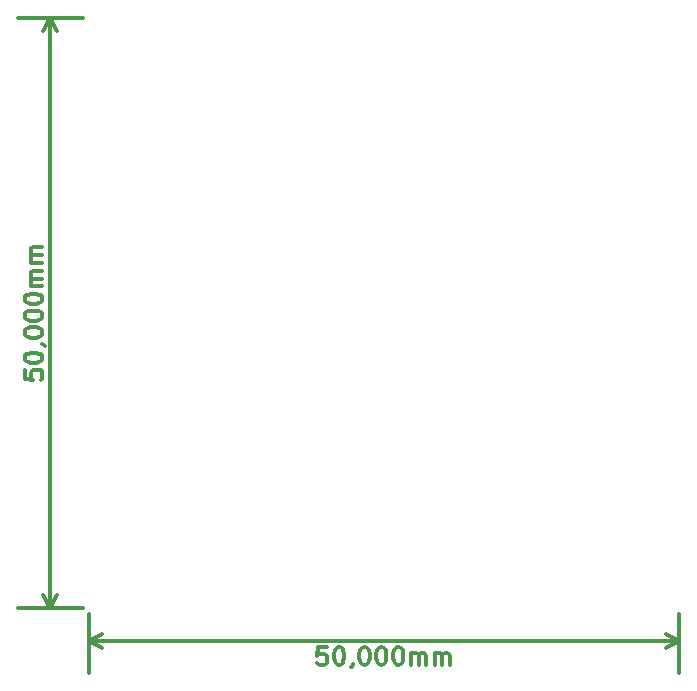
<source format=gbr>
%FSLAX34Y34*%
G04 Gerber Fmt 3.4, Leading zero omitted, Abs format*
G04 (created by PCBNEW (2013-12-18 BZR 4557)-product) date lun 14 abr 2014 17:53:11 CLST*
%MOIN*%
G01*
G70*
G90*
G04 APERTURE LIST*
%ADD10C,0.005906*%
%ADD11C,0.011811*%
G04 APERTURE END LIST*
G54D10*
G54D11*
X45109Y-39313D02*
X45109Y-39595D01*
X45390Y-39623D01*
X45362Y-39595D01*
X45334Y-39538D01*
X45334Y-39398D01*
X45362Y-39341D01*
X45390Y-39313D01*
X45447Y-39285D01*
X45587Y-39285D01*
X45643Y-39313D01*
X45672Y-39341D01*
X45700Y-39398D01*
X45700Y-39538D01*
X45672Y-39595D01*
X45643Y-39623D01*
X45109Y-38920D02*
X45109Y-38863D01*
X45137Y-38807D01*
X45165Y-38779D01*
X45222Y-38751D01*
X45334Y-38723D01*
X45475Y-38723D01*
X45587Y-38751D01*
X45643Y-38779D01*
X45672Y-38807D01*
X45700Y-38863D01*
X45700Y-38920D01*
X45672Y-38976D01*
X45643Y-39004D01*
X45587Y-39032D01*
X45475Y-39060D01*
X45334Y-39060D01*
X45222Y-39032D01*
X45165Y-39004D01*
X45137Y-38976D01*
X45109Y-38920D01*
X45672Y-38442D02*
X45700Y-38442D01*
X45756Y-38470D01*
X45784Y-38498D01*
X45109Y-38076D02*
X45109Y-38020D01*
X45137Y-37964D01*
X45165Y-37935D01*
X45222Y-37907D01*
X45334Y-37879D01*
X45475Y-37879D01*
X45587Y-37907D01*
X45643Y-37935D01*
X45672Y-37964D01*
X45700Y-38020D01*
X45700Y-38076D01*
X45672Y-38132D01*
X45643Y-38160D01*
X45587Y-38188D01*
X45475Y-38217D01*
X45334Y-38217D01*
X45222Y-38188D01*
X45165Y-38160D01*
X45137Y-38132D01*
X45109Y-38076D01*
X45109Y-37514D02*
X45109Y-37457D01*
X45137Y-37401D01*
X45165Y-37373D01*
X45222Y-37345D01*
X45334Y-37317D01*
X45475Y-37317D01*
X45587Y-37345D01*
X45643Y-37373D01*
X45672Y-37401D01*
X45700Y-37457D01*
X45700Y-37514D01*
X45672Y-37570D01*
X45643Y-37598D01*
X45587Y-37626D01*
X45475Y-37654D01*
X45334Y-37654D01*
X45222Y-37626D01*
X45165Y-37598D01*
X45137Y-37570D01*
X45109Y-37514D01*
X45109Y-36951D02*
X45109Y-36895D01*
X45137Y-36839D01*
X45165Y-36811D01*
X45222Y-36782D01*
X45334Y-36754D01*
X45475Y-36754D01*
X45587Y-36782D01*
X45643Y-36811D01*
X45672Y-36839D01*
X45700Y-36895D01*
X45700Y-36951D01*
X45672Y-37007D01*
X45643Y-37035D01*
X45587Y-37064D01*
X45475Y-37092D01*
X45334Y-37092D01*
X45222Y-37064D01*
X45165Y-37035D01*
X45137Y-37007D01*
X45109Y-36951D01*
X45700Y-36501D02*
X45306Y-36501D01*
X45362Y-36501D02*
X45334Y-36473D01*
X45306Y-36417D01*
X45306Y-36332D01*
X45334Y-36276D01*
X45390Y-36248D01*
X45700Y-36248D01*
X45390Y-36248D02*
X45334Y-36220D01*
X45306Y-36164D01*
X45306Y-36079D01*
X45334Y-36023D01*
X45390Y-35995D01*
X45700Y-35995D01*
X45700Y-35714D02*
X45306Y-35714D01*
X45362Y-35714D02*
X45334Y-35686D01*
X45306Y-35629D01*
X45306Y-35545D01*
X45334Y-35489D01*
X45390Y-35461D01*
X45700Y-35461D01*
X45390Y-35461D02*
X45334Y-35433D01*
X45306Y-35376D01*
X45306Y-35292D01*
X45334Y-35236D01*
X45390Y-35208D01*
X45700Y-35208D01*
X45964Y-47244D02*
X45964Y-27559D01*
X47047Y-47244D02*
X44901Y-47244D01*
X47047Y-27559D02*
X44901Y-27559D01*
X45964Y-27559D02*
X46195Y-28002D01*
X45964Y-27559D02*
X45733Y-28002D01*
X45964Y-47244D02*
X46195Y-46800D01*
X45964Y-47244D02*
X45733Y-46800D01*
X55174Y-48534D02*
X54893Y-48534D01*
X54865Y-48816D01*
X54893Y-48787D01*
X54949Y-48759D01*
X55089Y-48759D01*
X55146Y-48787D01*
X55174Y-48816D01*
X55202Y-48872D01*
X55202Y-49012D01*
X55174Y-49069D01*
X55146Y-49097D01*
X55089Y-49125D01*
X54949Y-49125D01*
X54893Y-49097D01*
X54865Y-49069D01*
X55568Y-48534D02*
X55624Y-48534D01*
X55680Y-48562D01*
X55708Y-48591D01*
X55736Y-48647D01*
X55764Y-48759D01*
X55764Y-48900D01*
X55736Y-49012D01*
X55708Y-49069D01*
X55680Y-49097D01*
X55624Y-49125D01*
X55568Y-49125D01*
X55511Y-49097D01*
X55483Y-49069D01*
X55455Y-49012D01*
X55427Y-48900D01*
X55427Y-48759D01*
X55455Y-48647D01*
X55483Y-48591D01*
X55511Y-48562D01*
X55568Y-48534D01*
X56046Y-49097D02*
X56046Y-49125D01*
X56017Y-49181D01*
X55989Y-49209D01*
X56411Y-48534D02*
X56467Y-48534D01*
X56524Y-48562D01*
X56552Y-48591D01*
X56580Y-48647D01*
X56608Y-48759D01*
X56608Y-48900D01*
X56580Y-49012D01*
X56552Y-49069D01*
X56524Y-49097D01*
X56467Y-49125D01*
X56411Y-49125D01*
X56355Y-49097D01*
X56327Y-49069D01*
X56299Y-49012D01*
X56271Y-48900D01*
X56271Y-48759D01*
X56299Y-48647D01*
X56327Y-48591D01*
X56355Y-48562D01*
X56411Y-48534D01*
X56974Y-48534D02*
X57030Y-48534D01*
X57086Y-48562D01*
X57114Y-48591D01*
X57142Y-48647D01*
X57170Y-48759D01*
X57170Y-48900D01*
X57142Y-49012D01*
X57114Y-49069D01*
X57086Y-49097D01*
X57030Y-49125D01*
X56974Y-49125D01*
X56917Y-49097D01*
X56889Y-49069D01*
X56861Y-49012D01*
X56833Y-48900D01*
X56833Y-48759D01*
X56861Y-48647D01*
X56889Y-48591D01*
X56917Y-48562D01*
X56974Y-48534D01*
X57536Y-48534D02*
X57592Y-48534D01*
X57649Y-48562D01*
X57677Y-48591D01*
X57705Y-48647D01*
X57733Y-48759D01*
X57733Y-48900D01*
X57705Y-49012D01*
X57677Y-49069D01*
X57649Y-49097D01*
X57592Y-49125D01*
X57536Y-49125D01*
X57480Y-49097D01*
X57452Y-49069D01*
X57424Y-49012D01*
X57395Y-48900D01*
X57395Y-48759D01*
X57424Y-48647D01*
X57452Y-48591D01*
X57480Y-48562D01*
X57536Y-48534D01*
X57986Y-49125D02*
X57986Y-48731D01*
X57986Y-48787D02*
X58014Y-48759D01*
X58070Y-48731D01*
X58155Y-48731D01*
X58211Y-48759D01*
X58239Y-48816D01*
X58239Y-49125D01*
X58239Y-48816D02*
X58267Y-48759D01*
X58323Y-48731D01*
X58408Y-48731D01*
X58464Y-48759D01*
X58492Y-48816D01*
X58492Y-49125D01*
X58773Y-49125D02*
X58773Y-48731D01*
X58773Y-48787D02*
X58802Y-48759D01*
X58858Y-48731D01*
X58942Y-48731D01*
X58998Y-48759D01*
X59026Y-48816D01*
X59026Y-49125D01*
X59026Y-48816D02*
X59055Y-48759D01*
X59111Y-48731D01*
X59195Y-48731D01*
X59251Y-48759D01*
X59280Y-48816D01*
X59280Y-49125D01*
X47244Y-48326D02*
X66929Y-48326D01*
X47244Y-47440D02*
X47244Y-49389D01*
X66929Y-47440D02*
X66929Y-49389D01*
X66929Y-48326D02*
X66485Y-48557D01*
X66929Y-48326D02*
X66485Y-48095D01*
X47244Y-48326D02*
X47687Y-48557D01*
X47244Y-48326D02*
X47687Y-48095D01*
M02*

</source>
